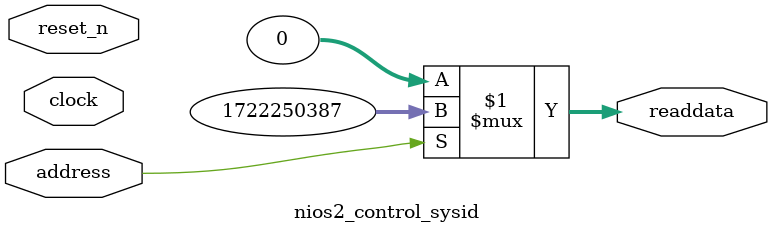
<source format=v>



// synthesis translate_off
`timescale 1ns / 1ps
// synthesis translate_on

// turn off superfluous verilog processor warnings 
// altera message_level Level1 
// altera message_off 10034 10035 10036 10037 10230 10240 10030 

module nios2_control_sysid (
               // inputs:
                address,
                clock,
                reset_n,

               // outputs:
                readdata
             )
;

  output  [ 31: 0] readdata;
  input            address;
  input            clock;
  input            reset_n;

  wire    [ 31: 0] readdata;
  //control_slave, which is an e_avalon_slave
  assign readdata = address ? 1722250387 : 0;

endmodule



</source>
